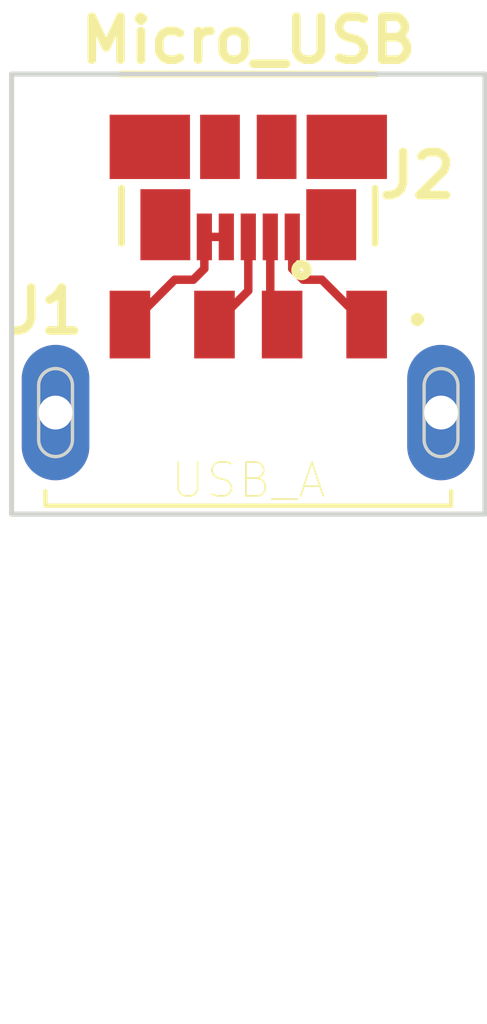
<source format=kicad_pcb>
(kicad_pcb (version 20171130) (host pcbnew "(5.1.10)-1")

  (general
    (thickness 1.6)
    (drawings 8)
    (tracks 13)
    (zones 0)
    (modules 2)
    (nets 5)
  )

  (page A4)
  (layers
    (0 F.Cu signal)
    (31 B.Cu signal)
    (32 B.Adhes user)
    (33 F.Adhes user)
    (34 B.Paste user)
    (35 F.Paste user)
    (36 B.SilkS user)
    (37 F.SilkS user)
    (38 B.Mask user)
    (39 F.Mask user)
    (40 Dwgs.User user)
    (41 Cmts.User user)
    (42 Eco1.User user)
    (43 Eco2.User user)
    (44 Edge.Cuts user)
    (45 Margin user)
    (46 B.CrtYd user)
    (47 F.CrtYd user)
    (48 B.Fab user)
    (49 F.Fab user)
  )

  (setup
    (last_trace_width 0.25)
    (trace_clearance 0.2)
    (zone_clearance 0.508)
    (zone_45_only no)
    (trace_min 0.2)
    (via_size 0.8)
    (via_drill 0.4)
    (via_min_size 0.4)
    (via_min_drill 0.3)
    (uvia_size 0.3)
    (uvia_drill 0.1)
    (uvias_allowed no)
    (uvia_min_size 0.2)
    (uvia_min_drill 0.1)
    (edge_width 0.05)
    (segment_width 0.2)
    (pcb_text_width 0.3)
    (pcb_text_size 1.5 1.5)
    (mod_edge_width 0.12)
    (mod_text_size 1 1)
    (mod_text_width 0.15)
    (pad_size 1.524 1.524)
    (pad_drill 0.762)
    (pad_to_mask_clearance 0)
    (aux_axis_origin 0 0)
    (visible_elements 7FFFFFFF)
    (pcbplotparams
      (layerselection 0x010fc_ffffffff)
      (usegerberextensions false)
      (usegerberattributes true)
      (usegerberadvancedattributes true)
      (creategerberjobfile true)
      (excludeedgelayer true)
      (linewidth 0.100000)
      (plotframeref false)
      (viasonmask false)
      (mode 1)
      (useauxorigin false)
      (hpglpennumber 1)
      (hpglpenspeed 20)
      (hpglpendiameter 15.000000)
      (psnegative false)
      (psa4output false)
      (plotreference true)
      (plotvalue true)
      (plotinvisibletext false)
      (padsonsilk false)
      (subtractmaskfromsilk false)
      (outputformat 1)
      (mirror false)
      (drillshape 1)
      (scaleselection 1)
      (outputdirectory ""))
  )

  (net 0 "")
  (net 1 "Net-(J1-Pad3)")
  (net 2 "Net-(J1-Pad2)")
  (net 3 GND)
  (net 4 VBUS)

  (net_class Default "This is the default net class."
    (clearance 0.2)
    (trace_width 0.25)
    (via_dia 0.8)
    (via_drill 0.4)
    (uvia_dia 0.3)
    (uvia_drill 0.1)
    (add_net GND)
    (add_net "Net-(J1-Pad2)")
    (add_net "Net-(J1-Pad3)")
    (add_net VBUS)
  )

  (module Micro_USB_B.mod:47346-0001 (layer F.Cu) (tedit 60B20478) (tstamp 60B11834)
    (at 136 75)
    (descr 47346-0001)
    (tags Connector)
    (path /60B20AB4)
    (attr smd)
    (fp_text reference J2 (at 5 3) (layer F.SilkS)
      (effects (font (size 1.27 1.27) (thickness 0.254)))
    )
    (fp_text value Micro_USB (at 0 -1) (layer F.SilkS)
      (effects (font (size 1.27 1.27) (thickness 0.254)))
    )
    (fp_line (start -3.75 0) (end 3.75 0) (layer Dwgs.User) (width 0.2))
    (fp_line (start 3.75 0) (end 3.75 5) (layer Dwgs.User) (width 0.2))
    (fp_line (start 3.75 5) (end -3.75 5) (layer Dwgs.User) (width 0.2))
    (fp_line (start -3.75 5) (end -3.75 0) (layer Dwgs.User) (width 0.2))
    (fp_line (start -3.75 0) (end 3.75 0) (layer F.SilkS) (width 0.2))
    (fp_line (start 3.75 5) (end 3.75 3.373) (layer F.SilkS) (width 0.2))
    (fp_line (start -3.75 5) (end -3.75 3.373) (layer F.SilkS) (width 0.2))
    (fp_circle (center 1.572 5.79) (end 1.52611 5.79) (layer F.SilkS) (width 0.254))
    (pad 11 smd rect (at -2.9125 2.15 90) (size 1.9 2.375) (layers F.Cu F.Paste F.Mask))
    (pad 10 smd rect (at 2.9125 2.15 90) (size 1.9 2.375) (layers F.Cu F.Paste F.Mask))
    (pad 9 smd rect (at -0.8375 2.15) (size 1.175 1.9) (layers F.Cu F.Paste F.Mask))
    (pad 8 smd rect (at 0.8375 2.15) (size 1.175 1.9) (layers F.Cu F.Paste F.Mask))
    (pad 7 smd rect (at 2.4525 4.45) (size 1.475 2.1) (layers F.Cu F.Paste F.Mask))
    (pad 6 smd rect (at -2.4525 4.45) (size 1.475 2.1) (layers F.Cu F.Paste F.Mask))
    (pad 5 smd rect (at -1.3 4.81) (size 0.45 1.38) (layers F.Cu F.Paste F.Mask)
      (net 3 GND))
    (pad 4 smd rect (at -0.65 4.81) (size 0.45 1.38) (layers F.Cu F.Paste F.Mask)
      (net 3 GND))
    (pad 3 smd rect (at 0 4.81) (size 0.45 1.38) (layers F.Cu F.Paste F.Mask)
      (net 1 "Net-(J1-Pad3)"))
    (pad 2 smd rect (at 0.65 4.81) (size 0.45 1.38) (layers F.Cu F.Paste F.Mask)
      (net 2 "Net-(J1-Pad2)"))
    (pad 1 smd rect (at 1.3 4.81) (size 0.45 1.38) (layers F.Cu F.Paste F.Mask)
      (net 4 VBUS))
    (model C:/Users/saksh/Desktop/47346-0001.stp
      (offset (xyz 0 -2.5 1))
      (scale (xyz 1 1.0001 1))
      (rotate (xyz -90 0 180))
    )
    (model "${KIPRJMOD}/Component Libraries/Micro_USB_3D_Model.stp"
      (offset (xyz 0 -2.5 1))
      (scale (xyz 1 1.0001 1))
      (rotate (xyz -90 0 180))
    )
  )

  (module USB_A:MOLEX_480-37-1000 (layer F.Cu) (tedit 0) (tstamp 60B1180F)
    (at 136 85)
    (path /60B0FEC2)
    (attr smd)
    (fp_text reference J1 (at -6 -3) (layer F.SilkS)
      (effects (font (size 1.27 1.27) (thickness 0.254)))
    )
    (fp_text value USB_A (at 0 2) (layer F.SilkS)
      (effects (font (size 1 1) (thickness 0.05)))
    )
    (fp_arc (start 5.7 0.8) (end 5.7 1.3) (angle -90) (layer Edge.Cuts) (width 0.1))
    (fp_arc (start 5.7 0.8) (end 5.2 0.8) (angle -90) (layer Edge.Cuts) (width 0.1))
    (fp_arc (start 5.7 -0.8) (end 5.7 -1.3) (angle -90) (layer Edge.Cuts) (width 0.1))
    (fp_arc (start 5.7 -0.8) (end 6.2 -0.8) (angle -90) (layer Edge.Cuts) (width 0.1))
    (fp_arc (start -5.7 0.8) (end -5.7 1.3) (angle -90) (layer Edge.Cuts) (width 0.1))
    (fp_arc (start -5.7 0.8) (end -6.2 0.8) (angle -90) (layer Edge.Cuts) (width 0.1))
    (fp_arc (start -5.7 -0.8) (end -5.7 -1.3) (angle -90) (layer Edge.Cuts) (width 0.1))
    (fp_arc (start -5.7 -0.8) (end -5.2 -0.8) (angle -90) (layer Edge.Cuts) (width 0.1))
    (fp_line (start -6.2 0.8) (end -6.2 -0.8) (layer Edge.Cuts) (width 0.1))
    (fp_line (start -5.2 -0.8) (end -5.2 0.8) (layer Edge.Cuts) (width 0.1))
    (fp_line (start 5.2 0.8) (end 5.2 -0.8) (layer Edge.Cuts) (width 0.1))
    (fp_line (start 6.2 -0.8) (end 6.2 0.8) (layer Edge.Cuts) (width 0.1))
    (fp_line (start 6 2.75) (end -6 2.75) (layer Eco2.User) (width 0.127))
    (fp_circle (center 5 -2.75) (end 5.1 -2.75) (layer Eco2.User) (width 0.2))
    (fp_circle (center 5 -2.75) (end 5.1 -2.75) (layer F.SilkS) (width 0.2))
    (fp_line (start 6.25 2.25) (end 6.25 18.05) (layer Eco1.User) (width 0.05))
    (fp_line (start 6.95 2.25) (end 6.25 2.25) (layer Eco1.User) (width 0.05))
    (fp_line (start 6.95 -3.85) (end 6.95 2.25) (layer Eco1.User) (width 0.05))
    (fp_line (start -6.95 -3.85) (end 6.95 -3.85) (layer Eco1.User) (width 0.05))
    (fp_line (start -6.95 2.25) (end -6.95 -3.85) (layer Eco1.User) (width 0.05))
    (fp_line (start -6.25 2.25) (end -6.95 2.25) (layer Eco1.User) (width 0.05))
    (fp_line (start -6.25 18.05) (end -6.25 2.25) (layer Eco1.User) (width 0.05))
    (fp_line (start 6.25 18.05) (end -6.25 18.05) (layer Eco1.User) (width 0.05))
    (fp_line (start 6 2.75) (end -6 2.75) (layer F.SilkS) (width 0.127))
    (fp_line (start 6 2.32) (end 6 2.75) (layer F.SilkS) (width 0.127))
    (fp_line (start -6 2.75) (end -6 2.32) (layer F.SilkS) (width 0.127))
    (fp_line (start 6 2.75) (end 6 17.8) (layer Eco2.User) (width 0.127))
    (fp_line (start 6 -1) (end 6 2.75) (layer Eco2.User) (width 0.127))
    (fp_line (start -6 -1) (end 6 -1) (layer Eco2.User) (width 0.127))
    (fp_line (start -6 2.75) (end -6 -1) (layer Eco2.User) (width 0.127))
    (fp_line (start -6 17.8) (end -6 2.75) (layer Eco2.User) (width 0.127))
    (fp_line (start 6 17.8) (end -6 17.8) (layer Eco2.User) (width 0.127))
    (pad Hole np_thru_hole circle (at -2.25 0) (size 1.25 1.25) (drill 1.25) (layers *.Cu *.Mask))
    (pad Hole np_thru_hole circle (at 2.25 0) (size 1.25 1.25) (drill 1.25) (layers *.Cu *.Mask))
    (pad 4 smd rect (at -3.5 -2.6) (size 1.2 2) (layers F.Cu F.Paste)
      (net 3 GND))
    (pad 2 smd rect (at 1 -2.6) (size 1.2 2) (layers F.Cu F.Paste)
      (net 2 "Net-(J1-Pad2)"))
    (pad 1 smd rect (at 3.5 -2.6) (size 1.2 2) (layers F.Cu F.Paste)
      (net 4 VBUS))
    (pad 3 smd rect (at -1 -2.6) (size 1.2 2) (layers F.Cu F.Paste)
      (net 1 "Net-(J1-Pad3)"))
    (pad S1 thru_hole oval (at -5.7 0 90) (size 4 2) (drill 1) (layers *.Cu *.Mask))
    (pad S2 thru_hole oval (at 5.7 0 90) (size 4 2) (drill 1) (layers *.Cu *.Mask))
    (model "C:/Users/saksh/Downloads/48037-1000-pcb-part-libraries (1)/48037-1000.stp"
      (offset (xyz 0 -8.5 0))
      (scale (xyz 1 1 1))
      (rotate (xyz 90 180 180))
    )
    (model "${KIPRJMOD}/Component Libraries/USB_A 3D Model.stp"
      (offset (xyz 0 -8.5 0))
      (scale (xyz 1 1 1))
      (rotate (xyz 90 180 180))
    )
  )

  (gr_line (start 143 75) (end 143 76) (layer Edge.Cuts) (width 0.15) (tstamp 60B33D30))
  (gr_line (start 129 75) (end 129 76) (layer Edge.Cuts) (width 0.15) (tstamp 60B33D1D))
  (gr_line (start 129 75) (end 143 75) (layer Edge.Cuts) (width 0.15) (tstamp 60B331FB))
  (gr_line (start 143 81) (end 143 88) (layer Edge.Cuts) (width 0.15) (tstamp 60B11BD6))
  (gr_line (start 129 88) (end 143 88) (layer Edge.Cuts) (width 0.15))
  (gr_line (start 129 81) (end 129 88) (layer Edge.Cuts) (width 0.15))
  (gr_line (start 143 76) (end 143 81) (layer Edge.Cuts) (width 0.15) (tstamp 60B11B6E))
  (gr_line (start 129 81) (end 129 76) (layer Edge.Cuts) (width 0.15))

  (segment (start 136 81.4) (end 135 82.4) (width 0.25) (layer F.Cu) (net 1))
  (segment (start 136 79.81) (end 136 81.4) (width 0.25) (layer F.Cu) (net 1))
  (segment (start 136.65 82.05) (end 137 82.4) (width 0.25) (layer F.Cu) (net 2))
  (segment (start 136.65 79.81) (end 136.65 82.05) (width 0.25) (layer F.Cu) (net 2))
  (segment (start 135.35 79.81) (end 134.7 79.81) (width 0.25) (layer F.Cu) (net 3))
  (segment (start 133.825001 81.074999) (end 132.5 82.4) (width 0.25) (layer F.Cu) (net 3))
  (segment (start 134.375001 81.074999) (end 133.825001 81.074999) (width 0.25) (layer F.Cu) (net 3))
  (segment (start 134.7 80.75) (end 134.375001 81.074999) (width 0.25) (layer F.Cu) (net 3))
  (segment (start 134.7 79.81) (end 134.7 80.75) (width 0.25) (layer F.Cu) (net 3))
  (segment (start 138.174999 81.074999) (end 139.5 82.4) (width 0.25) (layer F.Cu) (net 4))
  (segment (start 137.624999 81.074999) (end 138.174999 81.074999) (width 0.25) (layer F.Cu) (net 4))
  (segment (start 137.3 80.75) (end 137.624999 81.074999) (width 0.25) (layer F.Cu) (net 4))
  (segment (start 137.3 79.81) (end 137.3 80.75) (width 0.25) (layer F.Cu) (net 4))

)

</source>
